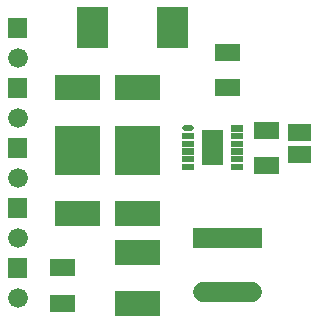
<source format=gbr>
G04 start of page 6 for group -4063 idx -4063 *
G04 Title: (unknown), componentmask *
G04 Creator: pcb 4.3.0 *
G04 CreationDate: Sat Jul 16 21:16:51 2022 UTC *
G04 For: harkaitz *
G04 Format: Gerber/RS-274X *
G04 PCB-Dimensions (mm): 100.00 80.00 *
G04 PCB-Coordinate-Origin: lower left *
%MOMM*%
%FSLAX43Y43*%
%LNTOPMASK*%
%ADD29C,0.520*%
%ADD28C,1.700*%
%ADD27C,1.676*%
%ADD26C,0.002*%
G54D26*G36*
X4242Y42738D02*Y41062D01*
X5918D01*
Y42738D01*
X4242D01*
G37*
G54D27*X5080Y39360D03*
G54D26*G36*
X4242Y47818D02*Y46142D01*
X5918D01*
Y47818D01*
X4242D01*
G37*
G54D27*X5080Y44440D03*
G54D26*G36*
X4242Y32578D02*Y30902D01*
X5918D01*
Y32578D01*
X4242D01*
G37*
G54D27*X5080Y29200D03*
G54D26*G36*
X4242Y37658D02*Y35982D01*
X5918D01*
Y37658D01*
X4242D01*
G37*
G54D27*X5080Y34280D03*
G54D26*G36*
X4242Y52898D02*Y51222D01*
X5918D01*
Y52898D01*
X4242D01*
G37*
G54D27*X5080Y49520D03*
G54D26*G36*
X7864Y29466D02*Y28014D01*
X9916D01*
Y29466D01*
X7864D01*
G37*
G36*
Y32466D02*Y31014D01*
X9916D01*
Y32466D01*
X7864D01*
G37*
G36*
X8280Y37379D02*Y35245D01*
X12040D01*
Y37379D01*
X8280D01*
G37*
G36*
X13360Y29759D02*Y27625D01*
X17120D01*
Y29759D01*
X13360D01*
G37*
G36*
Y34077D02*Y31943D01*
X17120D01*
Y34077D01*
X13360D01*
G37*
G36*
Y37379D02*Y35245D01*
X17120D01*
Y37379D01*
X13360D01*
G37*
G54D28*X20810Y29680D02*X24910D01*
G54D26*G36*
X19960Y35130D02*Y33430D01*
X25760D01*
Y35130D01*
X19960D01*
G37*
G36*
X19000Y40535D02*Y40015D01*
X20040D01*
Y40535D01*
X19000D01*
G37*
G36*
X23150D02*Y40015D01*
X24200D01*
Y40535D01*
X23150D01*
G37*
G54D29*X19260Y43525D02*X19780D01*
G54D26*G36*
X19000Y43135D02*Y42615D01*
X20040D01*
Y43135D01*
X19000D01*
G37*
G36*
Y42485D02*Y41965D01*
X20040D01*
Y42485D01*
X19000D01*
G37*
G36*
Y41835D02*Y41315D01*
X20040D01*
Y41835D01*
X19000D01*
G37*
G36*
Y41185D02*Y40665D01*
X20040D01*
Y41185D01*
X19000D01*
G37*
G36*
X22465Y43380D02*X20715D01*
Y40420D01*
X22465D01*
Y43380D01*
G37*
G36*
X23150Y41185D02*Y40665D01*
X24200D01*
Y41185D01*
X23150D01*
G37*
G36*
X25136Y41102D02*Y39650D01*
X27188D01*
Y41102D01*
X25136D01*
G37*
G36*
X27978Y42014D02*Y40566D01*
X29934D01*
Y42014D01*
X27978D01*
G37*
G36*
X23150Y41835D02*Y41315D01*
X24200D01*
Y41835D01*
X23150D01*
G37*
G36*
Y42485D02*Y41965D01*
X24200D01*
Y42485D01*
X23150D01*
G37*
G36*
X25136Y44102D02*Y42650D01*
X27188D01*
Y44102D01*
X25136D01*
G37*
G36*
X27978Y43894D02*Y42446D01*
X29934D01*
Y43894D01*
X27978D01*
G37*
G36*
X23150Y43135D02*Y42615D01*
X24200D01*
Y43135D01*
X23150D01*
G37*
G36*
Y43785D02*Y43265D01*
X24200D01*
Y43785D01*
X23150D01*
G37*
G36*
X21834Y47706D02*Y46254D01*
X23886D01*
Y47706D01*
X21834D01*
G37*
G36*
Y50706D02*Y49254D01*
X23886D01*
Y50706D01*
X21834D01*
G37*
G36*
X8280Y41697D02*Y39563D01*
X12040D01*
Y41697D01*
X8280D01*
G37*
G36*
Y43729D02*Y41595D01*
X12040D01*
Y43729D01*
X8280D01*
G37*
G36*
Y48047D02*Y45913D01*
X12040D01*
Y48047D01*
X8280D01*
G37*
G36*
X13360Y41697D02*Y39563D01*
X17120D01*
Y41697D01*
X13360D01*
G37*
G36*
Y43729D02*Y41595D01*
X17120D01*
Y43729D01*
X13360D01*
G37*
G36*
Y48047D02*Y45913D01*
X17120D01*
Y48047D01*
X13360D01*
G37*
G36*
X12755Y53785D02*X10105D01*
Y50335D01*
X12755D01*
Y53785D01*
G37*
G36*
X19555D02*X16905D01*
Y50335D01*
X19555D01*
Y53785D01*
G37*
M02*

</source>
